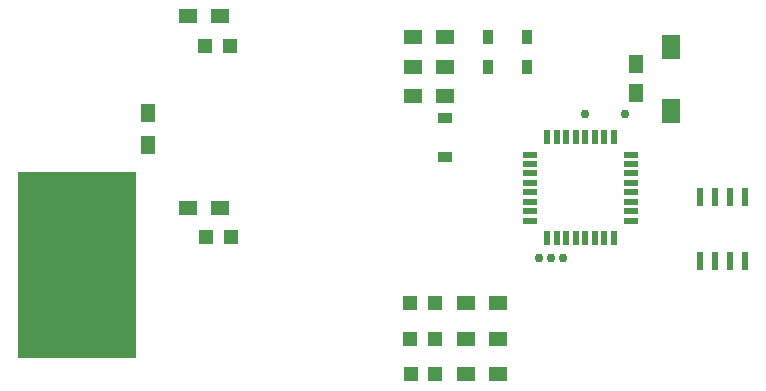
<source format=gbr>
G04 #@! TF.FileFunction,Paste,Top*
%FSLAX46Y46*%
G04 Gerber Fmt 4.6, Leading zero omitted, Abs format (unit mm)*
G04 Created by KiCad (PCBNEW 4.0.5) date Thu Feb 16 15:30:16 2017*
%MOMM*%
%LPD*%
G01*
G04 APERTURE LIST*
%ADD10C,0.100000*%
%ADD11R,10.000000X15.750000*%
%ADD12R,1.198880X1.198880*%
%ADD13R,1.500000X1.300000*%
%ADD14R,1.300000X1.500000*%
%ADD15R,0.600000X1.550000*%
%ADD16C,0.750000*%
%ADD17R,1.250000X1.500000*%
%ADD18R,0.910000X1.220000*%
%ADD19R,1.220000X0.910000*%
%ADD20R,1.600000X2.000000*%
%ADD21R,1.200000X0.600000*%
%ADD22R,0.600000X1.200000*%
G04 APERTURE END LIST*
D10*
D11*
X132550000Y-81550000D03*
D12*
X143450980Y-79150000D03*
X145549020Y-79150000D03*
X143401960Y-63000000D03*
X145500000Y-63000000D03*
D13*
X141900000Y-76750000D03*
X144600000Y-76750000D03*
X141900000Y-60500000D03*
X144600000Y-60500000D03*
D14*
X138500000Y-71350000D03*
X138500000Y-68650000D03*
D15*
X189055000Y-75800000D03*
X187785000Y-75800000D03*
X186515000Y-75800000D03*
X185245000Y-75800000D03*
X185245000Y-81200000D03*
X186515000Y-81200000D03*
X187785000Y-81200000D03*
X189055000Y-81200000D03*
D16*
X175550000Y-68800000D03*
X178950000Y-68800000D03*
X173650000Y-81000000D03*
X172650000Y-81000000D03*
D17*
X179810000Y-67030000D03*
X179810000Y-64530000D03*
D18*
X167325000Y-62280000D03*
X170595000Y-62280000D03*
X167340000Y-64780000D03*
X170610000Y-64780000D03*
D19*
X163660000Y-69145000D03*
X163660000Y-72415000D03*
D12*
X162859020Y-90780000D03*
X160760980Y-90780000D03*
X162810000Y-84780000D03*
X160711960Y-84780000D03*
X162810000Y-87780000D03*
X160711960Y-87780000D03*
D13*
X163660000Y-62280000D03*
X160960000Y-62280000D03*
X163660000Y-64780000D03*
X160960000Y-64780000D03*
X163660000Y-67280000D03*
X160960000Y-67280000D03*
X168160000Y-90780000D03*
X165460000Y-90780000D03*
X168160000Y-84780000D03*
X165460000Y-84780000D03*
X168160000Y-87780000D03*
X165460000Y-87780000D03*
D20*
X182810000Y-63080000D03*
X182810000Y-68480000D03*
D21*
X170900000Y-72200000D03*
X170900000Y-73000000D03*
X170900000Y-73800000D03*
X170900000Y-74600000D03*
X170900000Y-75400000D03*
X170900000Y-76200000D03*
X170900000Y-77000000D03*
X170900000Y-77800000D03*
D22*
X172350000Y-79250000D03*
X173150000Y-79250000D03*
X173950000Y-79250000D03*
X174750000Y-79250000D03*
X175550000Y-79250000D03*
X176350000Y-79250000D03*
X177150000Y-79250000D03*
X177950000Y-79250000D03*
D21*
X179400000Y-77800000D03*
X179400000Y-77000000D03*
X179400000Y-76200000D03*
X179400000Y-75400000D03*
X179400000Y-74600000D03*
X179400000Y-73800000D03*
X179400000Y-73000000D03*
X179400000Y-72200000D03*
D22*
X177950000Y-70750000D03*
X177150000Y-70750000D03*
X176350000Y-70750000D03*
X175550000Y-70750000D03*
X174750000Y-70750000D03*
X173950000Y-70750000D03*
X173150000Y-70750000D03*
X172350000Y-70750000D03*
D16*
X171650000Y-81000000D03*
M02*

</source>
